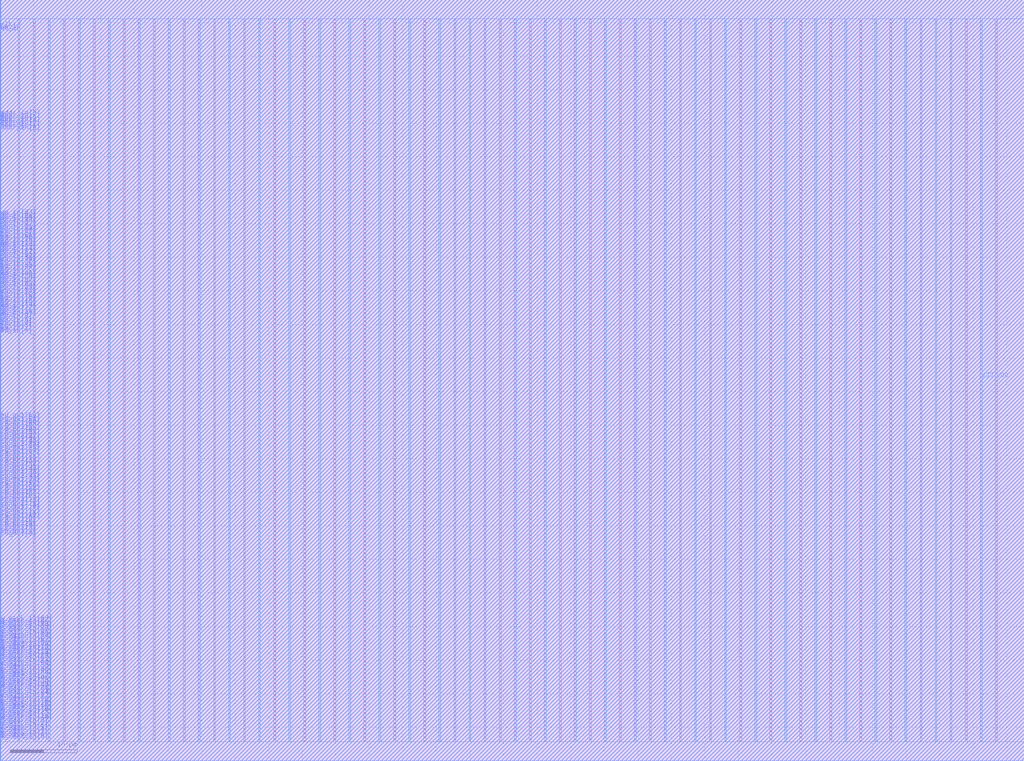
<source format=lef>
VERSION 5.7 ;
BUSBITCHARS "[]" ;
MACRO fakeram45_512x64_upper
  FOREIGN fakeram45_512x64_upper 0 0 ;
  SYMMETRY X Y R90 ;
  SIZE 152.570 BY 113.400 ;
  CLASS COVER ;
  PIN w_mask_in[0]
    DIRECTION INPUT ;
    USE SIGNAL ;
    SHAPE ABUTMENT ;
    PORT
      LAYER M3_m ;
      RECT 0.000 2.800 0.070 2.870 ;
    END
  END w_mask_in[0]
  PIN w_mask_in[1]
    DIRECTION INPUT ;
    USE SIGNAL ;
    SHAPE ABUTMENT ;
    PORT
      LAYER M3_m ;
      RECT 0.000 3.080 0.070 3.150 ;
    END
  END w_mask_in[1]
  PIN w_mask_in[2]
    DIRECTION INPUT ;
    USE SIGNAL ;
    SHAPE ABUTMENT ;
    PORT
      LAYER M3_m ;
      RECT 0.000 3.360 0.070 3.430 ;
    END
  END w_mask_in[2]
  PIN w_mask_in[3]
    DIRECTION INPUT ;
    USE SIGNAL ;
    SHAPE ABUTMENT ;
    PORT
      LAYER M3_m ;
      RECT 0.000 3.640 0.070 3.710 ;
    END
  END w_mask_in[3]
  PIN w_mask_in[4]
    DIRECTION INPUT ;
    USE SIGNAL ;
    SHAPE ABUTMENT ;
    PORT
      LAYER M3_m ;
      RECT 0.000 3.920 0.070 3.990 ;
    END
  END w_mask_in[4]
  PIN w_mask_in[5]
    DIRECTION INPUT ;
    USE SIGNAL ;
    SHAPE ABUTMENT ;
    PORT
      LAYER M3_m ;
      RECT 0.000 4.200 0.070 4.270 ;
    END
  END w_mask_in[5]
  PIN w_mask_in[6]
    DIRECTION INPUT ;
    USE SIGNAL ;
    SHAPE ABUTMENT ;
    PORT
      LAYER M3_m ;
      RECT 0.000 4.480 0.070 4.550 ;
    END
  END w_mask_in[6]
  PIN w_mask_in[7]
    DIRECTION INPUT ;
    USE SIGNAL ;
    SHAPE ABUTMENT ;
    PORT
      LAYER M3_m ;
      RECT 0.000 4.760 0.070 4.830 ;
    END
  END w_mask_in[7]
  PIN w_mask_in[8]
    DIRECTION INPUT ;
    USE SIGNAL ;
    SHAPE ABUTMENT ;
    PORT
      LAYER M3_m ;
      RECT 0.000 5.040 0.070 5.110 ;
    END
  END w_mask_in[8]
  PIN w_mask_in[9]
    DIRECTION INPUT ;
    USE SIGNAL ;
    SHAPE ABUTMENT ;
    PORT
      LAYER M3_m ;
      RECT 0.000 5.320 0.070 5.390 ;
    END
  END w_mask_in[9]
  PIN w_mask_in[10]
    DIRECTION INPUT ;
    USE SIGNAL ;
    SHAPE ABUTMENT ;
    PORT
      LAYER M3_m ;
      RECT 0.000 5.600 0.070 5.670 ;
    END
  END w_mask_in[10]
  PIN w_mask_in[11]
    DIRECTION INPUT ;
    USE SIGNAL ;
    SHAPE ABUTMENT ;
    PORT
      LAYER M3_m ;
      RECT 0.000 5.880 0.070 5.950 ;
    END
  END w_mask_in[11]
  PIN w_mask_in[12]
    DIRECTION INPUT ;
    USE SIGNAL ;
    SHAPE ABUTMENT ;
    PORT
      LAYER M3_m ;
      RECT 0.000 6.160 0.070 6.230 ;
    END
  END w_mask_in[12]
  PIN w_mask_in[13]
    DIRECTION INPUT ;
    USE SIGNAL ;
    SHAPE ABUTMENT ;
    PORT
      LAYER M3_m ;
      RECT 0.000 6.440 0.070 6.510 ;
    END
  END w_mask_in[13]
  PIN w_mask_in[14]
    DIRECTION INPUT ;
    USE SIGNAL ;
    SHAPE ABUTMENT ;
    PORT
      LAYER M3_m ;
      RECT 0.000 6.720 0.070 6.790 ;
    END
  END w_mask_in[14]
  PIN w_mask_in[15]
    DIRECTION INPUT ;
    USE SIGNAL ;
    SHAPE ABUTMENT ;
    PORT
      LAYER M3_m ;
      RECT 0.000 7.000 0.070 7.070 ;
    END
  END w_mask_in[15]
  PIN w_mask_in[16]
    DIRECTION INPUT ;
    USE SIGNAL ;
    SHAPE ABUTMENT ;
    PORT
      LAYER M3_m ;
      RECT 0.000 7.280 0.070 7.350 ;
    END
  END w_mask_in[16]
  PIN w_mask_in[17]
    DIRECTION INPUT ;
    USE SIGNAL ;
    SHAPE ABUTMENT ;
    PORT
      LAYER M3_m ;
      RECT 0.000 7.560 0.070 7.630 ;
    END
  END w_mask_in[17]
  PIN w_mask_in[18]
    DIRECTION INPUT ;
    USE SIGNAL ;
    SHAPE ABUTMENT ;
    PORT
      LAYER M3_m ;
      RECT 0.000 7.840 0.070 7.910 ;
    END
  END w_mask_in[18]
  PIN w_mask_in[19]
    DIRECTION INPUT ;
    USE SIGNAL ;
    SHAPE ABUTMENT ;
    PORT
      LAYER M3_m ;
      RECT 0.000 8.120 0.070 8.190 ;
    END
  END w_mask_in[19]
  PIN w_mask_in[20]
    DIRECTION INPUT ;
    USE SIGNAL ;
    SHAPE ABUTMENT ;
    PORT
      LAYER M3_m ;
      RECT 0.000 8.400 0.070 8.470 ;
    END
  END w_mask_in[20]
  PIN w_mask_in[21]
    DIRECTION INPUT ;
    USE SIGNAL ;
    SHAPE ABUTMENT ;
    PORT
      LAYER M3_m ;
      RECT 0.000 8.680 0.070 8.750 ;
    END
  END w_mask_in[21]
  PIN w_mask_in[22]
    DIRECTION INPUT ;
    USE SIGNAL ;
    SHAPE ABUTMENT ;
    PORT
      LAYER M3_m ;
      RECT 0.000 8.960 0.070 9.030 ;
    END
  END w_mask_in[22]
  PIN w_mask_in[23]
    DIRECTION INPUT ;
    USE SIGNAL ;
    SHAPE ABUTMENT ;
    PORT
      LAYER M3_m ;
      RECT 0.000 9.240 0.070 9.310 ;
    END
  END w_mask_in[23]
  PIN w_mask_in[24]
    DIRECTION INPUT ;
    USE SIGNAL ;
    SHAPE ABUTMENT ;
    PORT
      LAYER M3_m ;
      RECT 0.000 9.520 0.070 9.590 ;
    END
  END w_mask_in[24]
  PIN w_mask_in[25]
    DIRECTION INPUT ;
    USE SIGNAL ;
    SHAPE ABUTMENT ;
    PORT
      LAYER M3_m ;
      RECT 0.000 9.800 0.070 9.870 ;
    END
  END w_mask_in[25]
  PIN w_mask_in[26]
    DIRECTION INPUT ;
    USE SIGNAL ;
    SHAPE ABUTMENT ;
    PORT
      LAYER M3_m ;
      RECT 0.000 10.080 0.070 10.150 ;
    END
  END w_mask_in[26]
  PIN w_mask_in[27]
    DIRECTION INPUT ;
    USE SIGNAL ;
    SHAPE ABUTMENT ;
    PORT
      LAYER M3_m ;
      RECT 0.000 10.360 0.070 10.430 ;
    END
  END w_mask_in[27]
  PIN w_mask_in[28]
    DIRECTION INPUT ;
    USE SIGNAL ;
    SHAPE ABUTMENT ;
    PORT
      LAYER M3_m ;
      RECT 0.000 10.640 0.070 10.710 ;
    END
  END w_mask_in[28]
  PIN w_mask_in[29]
    DIRECTION INPUT ;
    USE SIGNAL ;
    SHAPE ABUTMENT ;
    PORT
      LAYER M3_m ;
      RECT 0.000 10.920 0.070 10.990 ;
    END
  END w_mask_in[29]
  PIN w_mask_in[30]
    DIRECTION INPUT ;
    USE SIGNAL ;
    SHAPE ABUTMENT ;
    PORT
      LAYER M3_m ;
      RECT 0.000 11.200 0.070 11.270 ;
    END
  END w_mask_in[30]
  PIN w_mask_in[31]
    DIRECTION INPUT ;
    USE SIGNAL ;
    SHAPE ABUTMENT ;
    PORT
      LAYER M3_m ;
      RECT 0.000 11.480 0.070 11.550 ;
    END
  END w_mask_in[31]
  PIN w_mask_in[32]
    DIRECTION INPUT ;
    USE SIGNAL ;
    SHAPE ABUTMENT ;
    PORT
      LAYER M3_m ;
      RECT 0.000 11.760 0.070 11.830 ;
    END
  END w_mask_in[32]
  PIN w_mask_in[33]
    DIRECTION INPUT ;
    USE SIGNAL ;
    SHAPE ABUTMENT ;
    PORT
      LAYER M3_m ;
      RECT 0.000 12.040 0.070 12.110 ;
    END
  END w_mask_in[33]
  PIN w_mask_in[34]
    DIRECTION INPUT ;
    USE SIGNAL ;
    SHAPE ABUTMENT ;
    PORT
      LAYER M3_m ;
      RECT 0.000 12.320 0.070 12.390 ;
    END
  END w_mask_in[34]
  PIN w_mask_in[35]
    DIRECTION INPUT ;
    USE SIGNAL ;
    SHAPE ABUTMENT ;
    PORT
      LAYER M3_m ;
      RECT 0.000 12.600 0.070 12.670 ;
    END
  END w_mask_in[35]
  PIN w_mask_in[36]
    DIRECTION INPUT ;
    USE SIGNAL ;
    SHAPE ABUTMENT ;
    PORT
      LAYER M3_m ;
      RECT 0.000 12.880 0.070 12.950 ;
    END
  END w_mask_in[36]
  PIN w_mask_in[37]
    DIRECTION INPUT ;
    USE SIGNAL ;
    SHAPE ABUTMENT ;
    PORT
      LAYER M3_m ;
      RECT 0.000 13.160 0.070 13.230 ;
    END
  END w_mask_in[37]
  PIN w_mask_in[38]
    DIRECTION INPUT ;
    USE SIGNAL ;
    SHAPE ABUTMENT ;
    PORT
      LAYER M3_m ;
      RECT 0.000 13.440 0.070 13.510 ;
    END
  END w_mask_in[38]
  PIN w_mask_in[39]
    DIRECTION INPUT ;
    USE SIGNAL ;
    SHAPE ABUTMENT ;
    PORT
      LAYER M3_m ;
      RECT 0.000 13.720 0.070 13.790 ;
    END
  END w_mask_in[39]
  PIN w_mask_in[40]
    DIRECTION INPUT ;
    USE SIGNAL ;
    SHAPE ABUTMENT ;
    PORT
      LAYER M3_m ;
      RECT 0.000 14.000 0.070 14.070 ;
    END
  END w_mask_in[40]
  PIN w_mask_in[41]
    DIRECTION INPUT ;
    USE SIGNAL ;
    SHAPE ABUTMENT ;
    PORT
      LAYER M3_m ;
      RECT 0.000 14.280 0.070 14.350 ;
    END
  END w_mask_in[41]
  PIN w_mask_in[42]
    DIRECTION INPUT ;
    USE SIGNAL ;
    SHAPE ABUTMENT ;
    PORT
      LAYER M3_m ;
      RECT 0.000 14.560 0.070 14.630 ;
    END
  END w_mask_in[42]
  PIN w_mask_in[43]
    DIRECTION INPUT ;
    USE SIGNAL ;
    SHAPE ABUTMENT ;
    PORT
      LAYER M3_m ;
      RECT 0.000 14.840 0.070 14.910 ;
    END
  END w_mask_in[43]
  PIN w_mask_in[44]
    DIRECTION INPUT ;
    USE SIGNAL ;
    SHAPE ABUTMENT ;
    PORT
      LAYER M3_m ;
      RECT 0.000 15.120 0.070 15.190 ;
    END
  END w_mask_in[44]
  PIN w_mask_in[45]
    DIRECTION INPUT ;
    USE SIGNAL ;
    SHAPE ABUTMENT ;
    PORT
      LAYER M3_m ;
      RECT 0.000 15.400 0.070 15.470 ;
    END
  END w_mask_in[45]
  PIN w_mask_in[46]
    DIRECTION INPUT ;
    USE SIGNAL ;
    SHAPE ABUTMENT ;
    PORT
      LAYER M3_m ;
      RECT 0.000 15.680 0.070 15.750 ;
    END
  END w_mask_in[46]
  PIN w_mask_in[47]
    DIRECTION INPUT ;
    USE SIGNAL ;
    SHAPE ABUTMENT ;
    PORT
      LAYER M3_m ;
      RECT 0.000 15.960 0.070 16.030 ;
    END
  END w_mask_in[47]
  PIN w_mask_in[48]
    DIRECTION INPUT ;
    USE SIGNAL ;
    SHAPE ABUTMENT ;
    PORT
      LAYER M3_m ;
      RECT 0.000 16.240 0.070 16.310 ;
    END
  END w_mask_in[48]
  PIN w_mask_in[49]
    DIRECTION INPUT ;
    USE SIGNAL ;
    SHAPE ABUTMENT ;
    PORT
      LAYER M3_m ;
      RECT 0.000 16.520 0.070 16.590 ;
    END
  END w_mask_in[49]
  PIN w_mask_in[50]
    DIRECTION INPUT ;
    USE SIGNAL ;
    SHAPE ABUTMENT ;
    PORT
      LAYER M3_m ;
      RECT 0.000 16.800 0.070 16.870 ;
    END
  END w_mask_in[50]
  PIN w_mask_in[51]
    DIRECTION INPUT ;
    USE SIGNAL ;
    SHAPE ABUTMENT ;
    PORT
      LAYER M3_m ;
      RECT 0.000 17.080 0.070 17.150 ;
    END
  END w_mask_in[51]
  PIN w_mask_in[52]
    DIRECTION INPUT ;
    USE SIGNAL ;
    SHAPE ABUTMENT ;
    PORT
      LAYER M3_m ;
      RECT 0.000 17.360 0.070 17.430 ;
    END
  END w_mask_in[52]
  PIN w_mask_in[53]
    DIRECTION INPUT ;
    USE SIGNAL ;
    SHAPE ABUTMENT ;
    PORT
      LAYER M3_m ;
      RECT 0.000 17.640 0.070 17.710 ;
    END
  END w_mask_in[53]
  PIN w_mask_in[54]
    DIRECTION INPUT ;
    USE SIGNAL ;
    SHAPE ABUTMENT ;
    PORT
      LAYER M3_m ;
      RECT 0.000 17.920 0.070 17.990 ;
    END
  END w_mask_in[54]
  PIN w_mask_in[55]
    DIRECTION INPUT ;
    USE SIGNAL ;
    SHAPE ABUTMENT ;
    PORT
      LAYER M3_m ;
      RECT 0.000 18.200 0.070 18.270 ;
    END
  END w_mask_in[55]
  PIN w_mask_in[56]
    DIRECTION INPUT ;
    USE SIGNAL ;
    SHAPE ABUTMENT ;
    PORT
      LAYER M3_m ;
      RECT 0.000 18.480 0.070 18.550 ;
    END
  END w_mask_in[56]
  PIN w_mask_in[57]
    DIRECTION INPUT ;
    USE SIGNAL ;
    SHAPE ABUTMENT ;
    PORT
      LAYER M3_m ;
      RECT 0.000 18.760 0.070 18.830 ;
    END
  END w_mask_in[57]
  PIN w_mask_in[58]
    DIRECTION INPUT ;
    USE SIGNAL ;
    SHAPE ABUTMENT ;
    PORT
      LAYER M3_m ;
      RECT 0.000 19.040 0.070 19.110 ;
    END
  END w_mask_in[58]
  PIN w_mask_in[59]
    DIRECTION INPUT ;
    USE SIGNAL ;
    SHAPE ABUTMENT ;
    PORT
      LAYER M3_m ;
      RECT 0.000 19.320 0.070 19.390 ;
    END
  END w_mask_in[59]
  PIN w_mask_in[60]
    DIRECTION INPUT ;
    USE SIGNAL ;
    SHAPE ABUTMENT ;
    PORT
      LAYER M3_m ;
      RECT 0.000 19.600 0.070 19.670 ;
    END
  END w_mask_in[60]
  PIN w_mask_in[61]
    DIRECTION INPUT ;
    USE SIGNAL ;
    SHAPE ABUTMENT ;
    PORT
      LAYER M3_m ;
      RECT 0.000 19.880 0.070 19.950 ;
    END
  END w_mask_in[61]
  PIN w_mask_in[62]
    DIRECTION INPUT ;
    USE SIGNAL ;
    SHAPE ABUTMENT ;
    PORT
      LAYER M3_m ;
      RECT 0.000 20.160 0.070 20.230 ;
    END
  END w_mask_in[62]
  PIN w_mask_in[63]
    DIRECTION INPUT ;
    USE SIGNAL ;
    SHAPE ABUTMENT ;
    PORT
      LAYER M3_m ;
      RECT 0.000 20.440 0.070 20.510 ;
    END
  END w_mask_in[63]
  PIN rd_out[0]
    DIRECTION OUTPUT ;
    USE SIGNAL ;
    SHAPE ABUTMENT ;
    PORT
      LAYER M3_m ;
      RECT 0.000 33.040 0.070 33.110 ;
    END
  END rd_out[0]
  PIN rd_out[1]
    DIRECTION OUTPUT ;
    USE SIGNAL ;
    SHAPE ABUTMENT ;
    PORT
      LAYER M3_m ;
      RECT 0.000 33.320 0.070 33.390 ;
    END
  END rd_out[1]
  PIN rd_out[2]
    DIRECTION OUTPUT ;
    USE SIGNAL ;
    SHAPE ABUTMENT ;
    PORT
      LAYER M3_m ;
      RECT 0.000 33.600 0.070 33.670 ;
    END
  END rd_out[2]
  PIN rd_out[3]
    DIRECTION OUTPUT ;
    USE SIGNAL ;
    SHAPE ABUTMENT ;
    PORT
      LAYER M3_m ;
      RECT 0.000 33.880 0.070 33.950 ;
    END
  END rd_out[3]
  PIN rd_out[4]
    DIRECTION OUTPUT ;
    USE SIGNAL ;
    SHAPE ABUTMENT ;
    PORT
      LAYER M3_m ;
      RECT 0.000 34.160 0.070 34.230 ;
    END
  END rd_out[4]
  PIN rd_out[5]
    DIRECTION OUTPUT ;
    USE SIGNAL ;
    SHAPE ABUTMENT ;
    PORT
      LAYER M3_m ;
      RECT 0.000 34.440 0.070 34.510 ;
    END
  END rd_out[5]
  PIN rd_out[6]
    DIRECTION OUTPUT ;
    USE SIGNAL ;
    SHAPE ABUTMENT ;
    PORT
      LAYER M3_m ;
      RECT 0.000 34.720 0.070 34.790 ;
    END
  END rd_out[6]
  PIN rd_out[7]
    DIRECTION OUTPUT ;
    USE SIGNAL ;
    SHAPE ABUTMENT ;
    PORT
      LAYER M3_m ;
      RECT 0.000 35.000 0.070 35.070 ;
    END
  END rd_out[7]
  PIN rd_out[8]
    DIRECTION OUTPUT ;
    USE SIGNAL ;
    SHAPE ABUTMENT ;
    PORT
      LAYER M3_m ;
      RECT 0.000 35.280 0.070 35.350 ;
    END
  END rd_out[8]
  PIN rd_out[9]
    DIRECTION OUTPUT ;
    USE SIGNAL ;
    SHAPE ABUTMENT ;
    PORT
      LAYER M3_m ;
      RECT 0.000 35.560 0.070 35.630 ;
    END
  END rd_out[9]
  PIN rd_out[10]
    DIRECTION OUTPUT ;
    USE SIGNAL ;
    SHAPE ABUTMENT ;
    PORT
      LAYER M3_m ;
      RECT 0.000 35.840 0.070 35.910 ;
    END
  END rd_out[10]
  PIN rd_out[11]
    DIRECTION OUTPUT ;
    USE SIGNAL ;
    SHAPE ABUTMENT ;
    PORT
      LAYER M3_m ;
      RECT 0.000 36.120 0.070 36.190 ;
    END
  END rd_out[11]
  PIN rd_out[12]
    DIRECTION OUTPUT ;
    USE SIGNAL ;
    SHAPE ABUTMENT ;
    PORT
      LAYER M3_m ;
      RECT 0.000 36.400 0.070 36.470 ;
    END
  END rd_out[12]
  PIN rd_out[13]
    DIRECTION OUTPUT ;
    USE SIGNAL ;
    SHAPE ABUTMENT ;
    PORT
      LAYER M3_m ;
      RECT 0.000 36.680 0.070 36.750 ;
    END
  END rd_out[13]
  PIN rd_out[14]
    DIRECTION OUTPUT ;
    USE SIGNAL ;
    SHAPE ABUTMENT ;
    PORT
      LAYER M3_m ;
      RECT 0.000 36.960 0.070 37.030 ;
    END
  END rd_out[14]
  PIN rd_out[15]
    DIRECTION OUTPUT ;
    USE SIGNAL ;
    SHAPE ABUTMENT ;
    PORT
      LAYER M3_m ;
      RECT 0.000 37.240 0.070 37.310 ;
    END
  END rd_out[15]
  PIN rd_out[16]
    DIRECTION OUTPUT ;
    USE SIGNAL ;
    SHAPE ABUTMENT ;
    PORT
      LAYER M3_m ;
      RECT 0.000 37.520 0.070 37.590 ;
    END
  END rd_out[16]
  PIN rd_out[17]
    DIRECTION OUTPUT ;
    USE SIGNAL ;
    SHAPE ABUTMENT ;
    PORT
      LAYER M3_m ;
      RECT 0.000 37.800 0.070 37.870 ;
    END
  END rd_out[17]
  PIN rd_out[18]
    DIRECTION OUTPUT ;
    USE SIGNAL ;
    SHAPE ABUTMENT ;
    PORT
      LAYER M3_m ;
      RECT 0.000 38.080 0.070 38.150 ;
    END
  END rd_out[18]
  PIN rd_out[19]
    DIRECTION OUTPUT ;
    USE SIGNAL ;
    SHAPE ABUTMENT ;
    PORT
      LAYER M3_m ;
      RECT 0.000 38.360 0.070 38.430 ;
    END
  END rd_out[19]
  PIN rd_out[20]
    DIRECTION OUTPUT ;
    USE SIGNAL ;
    SHAPE ABUTMENT ;
    PORT
      LAYER M3_m ;
      RECT 0.000 38.640 0.070 38.710 ;
    END
  END rd_out[20]
  PIN rd_out[21]
    DIRECTION OUTPUT ;
    USE SIGNAL ;
    SHAPE ABUTMENT ;
    PORT
      LAYER M3_m ;
      RECT 0.000 38.920 0.070 38.990 ;
    END
  END rd_out[21]
  PIN rd_out[22]
    DIRECTION OUTPUT ;
    USE SIGNAL ;
    SHAPE ABUTMENT ;
    PORT
      LAYER M3_m ;
      RECT 0.000 39.200 0.070 39.270 ;
    END
  END rd_out[22]
  PIN rd_out[23]
    DIRECTION OUTPUT ;
    USE SIGNAL ;
    SHAPE ABUTMENT ;
    PORT
      LAYER M3_m ;
      RECT 0.000 39.480 0.070 39.550 ;
    END
  END rd_out[23]
  PIN rd_out[24]
    DIRECTION OUTPUT ;
    USE SIGNAL ;
    SHAPE ABUTMENT ;
    PORT
      LAYER M3_m ;
      RECT 0.000 39.760 0.070 39.830 ;
    END
  END rd_out[24]
  PIN rd_out[25]
    DIRECTION OUTPUT ;
    USE SIGNAL ;
    SHAPE ABUTMENT ;
    PORT
      LAYER M3_m ;
      RECT 0.000 40.040 0.070 40.110 ;
    END
  END rd_out[25]
  PIN rd_out[26]
    DIRECTION OUTPUT ;
    USE SIGNAL ;
    SHAPE ABUTMENT ;
    PORT
      LAYER M3_m ;
      RECT 0.000 40.320 0.070 40.390 ;
    END
  END rd_out[26]
  PIN rd_out[27]
    DIRECTION OUTPUT ;
    USE SIGNAL ;
    SHAPE ABUTMENT ;
    PORT
      LAYER M3_m ;
      RECT 0.000 40.600 0.070 40.670 ;
    END
  END rd_out[27]
  PIN rd_out[28]
    DIRECTION OUTPUT ;
    USE SIGNAL ;
    SHAPE ABUTMENT ;
    PORT
      LAYER M3_m ;
      RECT 0.000 40.880 0.070 40.950 ;
    END
  END rd_out[28]
  PIN rd_out[29]
    DIRECTION OUTPUT ;
    USE SIGNAL ;
    SHAPE ABUTMENT ;
    PORT
      LAYER M3_m ;
      RECT 0.000 41.160 0.070 41.230 ;
    END
  END rd_out[29]
  PIN rd_out[30]
    DIRECTION OUTPUT ;
    USE SIGNAL ;
    SHAPE ABUTMENT ;
    PORT
      LAYER M3_m ;
      RECT 0.000 41.440 0.070 41.510 ;
    END
  END rd_out[30]
  PIN rd_out[31]
    DIRECTION OUTPUT ;
    USE SIGNAL ;
    SHAPE ABUTMENT ;
    PORT
      LAYER M3_m ;
      RECT 0.000 41.720 0.070 41.790 ;
    END
  END rd_out[31]
  PIN rd_out[32]
    DIRECTION OUTPUT ;
    USE SIGNAL ;
    SHAPE ABUTMENT ;
    PORT
      LAYER M3_m ;
      RECT 0.000 42.000 0.070 42.070 ;
    END
  END rd_out[32]
  PIN rd_out[33]
    DIRECTION OUTPUT ;
    USE SIGNAL ;
    SHAPE ABUTMENT ;
    PORT
      LAYER M3_m ;
      RECT 0.000 42.280 0.070 42.350 ;
    END
  END rd_out[33]
  PIN rd_out[34]
    DIRECTION OUTPUT ;
    USE SIGNAL ;
    SHAPE ABUTMENT ;
    PORT
      LAYER M3_m ;
      RECT 0.000 42.560 0.070 42.630 ;
    END
  END rd_out[34]
  PIN rd_out[35]
    DIRECTION OUTPUT ;
    USE SIGNAL ;
    SHAPE ABUTMENT ;
    PORT
      LAYER M3_m ;
      RECT 0.000 42.840 0.070 42.910 ;
    END
  END rd_out[35]
  PIN rd_out[36]
    DIRECTION OUTPUT ;
    USE SIGNAL ;
    SHAPE ABUTMENT ;
    PORT
      LAYER M3_m ;
      RECT 0.000 43.120 0.070 43.190 ;
    END
  END rd_out[36]
  PIN rd_out[37]
    DIRECTION OUTPUT ;
    USE SIGNAL ;
    SHAPE ABUTMENT ;
    PORT
      LAYER M3_m ;
      RECT 0.000 43.400 0.070 43.470 ;
    END
  END rd_out[37]
  PIN rd_out[38]
    DIRECTION OUTPUT ;
    USE SIGNAL ;
    SHAPE ABUTMENT ;
    PORT
      LAYER M3_m ;
      RECT 0.000 43.680 0.070 43.750 ;
    END
  END rd_out[38]
  PIN rd_out[39]
    DIRECTION OUTPUT ;
    USE SIGNAL ;
    SHAPE ABUTMENT ;
    PORT
      LAYER M3_m ;
      RECT 0.000 43.960 0.070 44.030 ;
    END
  END rd_out[39]
  PIN rd_out[40]
    DIRECTION OUTPUT ;
    USE SIGNAL ;
    SHAPE ABUTMENT ;
    PORT
      LAYER M3_m ;
      RECT 0.000 44.240 0.070 44.310 ;
    END
  END rd_out[40]
  PIN rd_out[41]
    DIRECTION OUTPUT ;
    USE SIGNAL ;
    SHAPE ABUTMENT ;
    PORT
      LAYER M3_m ;
      RECT 0.000 44.520 0.070 44.590 ;
    END
  END rd_out[41]
  PIN rd_out[42]
    DIRECTION OUTPUT ;
    USE SIGNAL ;
    SHAPE ABUTMENT ;
    PORT
      LAYER M3_m ;
      RECT 0.000 44.800 0.070 44.870 ;
    END
  END rd_out[42]
  PIN rd_out[43]
    DIRECTION OUTPUT ;
    USE SIGNAL ;
    SHAPE ABUTMENT ;
    PORT
      LAYER M3_m ;
      RECT 0.000 45.080 0.070 45.150 ;
    END
  END rd_out[43]
  PIN rd_out[44]
    DIRECTION OUTPUT ;
    USE SIGNAL ;
    SHAPE ABUTMENT ;
    PORT
      LAYER M3_m ;
      RECT 0.000 45.360 0.070 45.430 ;
    END
  END rd_out[44]
  PIN rd_out[45]
    DIRECTION OUTPUT ;
    USE SIGNAL ;
    SHAPE ABUTMENT ;
    PORT
      LAYER M3_m ;
      RECT 0.000 45.640 0.070 45.710 ;
    END
  END rd_out[45]
  PIN rd_out[46]
    DIRECTION OUTPUT ;
    USE SIGNAL ;
    SHAPE ABUTMENT ;
    PORT
      LAYER M3_m ;
      RECT 0.000 45.920 0.070 45.990 ;
    END
  END rd_out[46]
  PIN rd_out[47]
    DIRECTION OUTPUT ;
    USE SIGNAL ;
    SHAPE ABUTMENT ;
    PORT
      LAYER M3_m ;
      RECT 0.000 46.200 0.070 46.270 ;
    END
  END rd_out[47]
  PIN rd_out[48]
    DIRECTION OUTPUT ;
    USE SIGNAL ;
    SHAPE ABUTMENT ;
    PORT
      LAYER M3_m ;
      RECT 0.000 46.480 0.070 46.550 ;
    END
  END rd_out[48]
  PIN rd_out[49]
    DIRECTION OUTPUT ;
    USE SIGNAL ;
    SHAPE ABUTMENT ;
    PORT
      LAYER M3_m ;
      RECT 0.000 46.760 0.070 46.830 ;
    END
  END rd_out[49]
  PIN rd_out[50]
    DIRECTION OUTPUT ;
    USE SIGNAL ;
    SHAPE ABUTMENT ;
    PORT
      LAYER M3_m ;
      RECT 0.000 47.040 0.070 47.110 ;
    END
  END rd_out[50]
  PIN rd_out[51]
    DIRECTION OUTPUT ;
    USE SIGNAL ;
    SHAPE ABUTMENT ;
    PORT
      LAYER M3_m ;
      RECT 0.000 47.320 0.070 47.390 ;
    END
  END rd_out[51]
  PIN rd_out[52]
    DIRECTION OUTPUT ;
    USE SIGNAL ;
    SHAPE ABUTMENT ;
    PORT
      LAYER M3_m ;
      RECT 0.000 47.600 0.070 47.670 ;
    END
  END rd_out[52]
  PIN rd_out[53]
    DIRECTION OUTPUT ;
    USE SIGNAL ;
    SHAPE ABUTMENT ;
    PORT
      LAYER M3_m ;
      RECT 0.000 47.880 0.070 47.950 ;
    END
  END rd_out[53]
  PIN rd_out[54]
    DIRECTION OUTPUT ;
    USE SIGNAL ;
    SHAPE ABUTMENT ;
    PORT
      LAYER M3_m ;
      RECT 0.000 48.160 0.070 48.230 ;
    END
  END rd_out[54]
  PIN rd_out[55]
    DIRECTION OUTPUT ;
    USE SIGNAL ;
    SHAPE ABUTMENT ;
    PORT
      LAYER M3_m ;
      RECT 0.000 48.440 0.070 48.510 ;
    END
  END rd_out[55]
  PIN rd_out[56]
    DIRECTION OUTPUT ;
    USE SIGNAL ;
    SHAPE ABUTMENT ;
    PORT
      LAYER M3_m ;
      RECT 0.000 48.720 0.070 48.790 ;
    END
  END rd_out[56]
  PIN rd_out[57]
    DIRECTION OUTPUT ;
    USE SIGNAL ;
    SHAPE ABUTMENT ;
    PORT
      LAYER M3_m ;
      RECT 0.000 49.000 0.070 49.070 ;
    END
  END rd_out[57]
  PIN rd_out[58]
    DIRECTION OUTPUT ;
    USE SIGNAL ;
    SHAPE ABUTMENT ;
    PORT
      LAYER M3_m ;
      RECT 0.000 49.280 0.070 49.350 ;
    END
  END rd_out[58]
  PIN rd_out[59]
    DIRECTION OUTPUT ;
    USE SIGNAL ;
    SHAPE ABUTMENT ;
    PORT
      LAYER M3_m ;
      RECT 0.000 49.560 0.070 49.630 ;
    END
  END rd_out[59]
  PIN rd_out[60]
    DIRECTION OUTPUT ;
    USE SIGNAL ;
    SHAPE ABUTMENT ;
    PORT
      LAYER M3_m ;
      RECT 0.000 49.840 0.070 49.910 ;
    END
  END rd_out[60]
  PIN rd_out[61]
    DIRECTION OUTPUT ;
    USE SIGNAL ;
    SHAPE ABUTMENT ;
    PORT
      LAYER M3_m ;
      RECT 0.000 50.120 0.070 50.190 ;
    END
  END rd_out[61]
  PIN rd_out[62]
    DIRECTION OUTPUT ;
    USE SIGNAL ;
    SHAPE ABUTMENT ;
    PORT
      LAYER M3_m ;
      RECT 0.000 50.400 0.070 50.470 ;
    END
  END rd_out[62]
  PIN rd_out[63]
    DIRECTION OUTPUT ;
    USE SIGNAL ;
    SHAPE ABUTMENT ;
    PORT
      LAYER M3_m ;
      RECT 0.000 50.680 0.070 50.750 ;
    END
  END rd_out[63]
  PIN wd_in[0]
    DIRECTION INPUT ;
    USE SIGNAL ;
    SHAPE ABUTMENT ;
    PORT
      LAYER M3_m ;
      RECT 0.000 63.280 0.070 63.350 ;
    END
  END wd_in[0]
  PIN wd_in[1]
    DIRECTION INPUT ;
    USE SIGNAL ;
    SHAPE ABUTMENT ;
    PORT
      LAYER M3_m ;
      RECT 0.000 63.560 0.070 63.630 ;
    END
  END wd_in[1]
  PIN wd_in[2]
    DIRECTION INPUT ;
    USE SIGNAL ;
    SHAPE ABUTMENT ;
    PORT
      LAYER M3_m ;
      RECT 0.000 63.840 0.070 63.910 ;
    END
  END wd_in[2]
  PIN wd_in[3]
    DIRECTION INPUT ;
    USE SIGNAL ;
    SHAPE ABUTMENT ;
    PORT
      LAYER M3_m ;
      RECT 0.000 64.120 0.070 64.190 ;
    END
  END wd_in[3]
  PIN wd_in[4]
    DIRECTION INPUT ;
    USE SIGNAL ;
    SHAPE ABUTMENT ;
    PORT
      LAYER M3_m ;
      RECT 0.000 64.400 0.070 64.470 ;
    END
  END wd_in[4]
  PIN wd_in[5]
    DIRECTION INPUT ;
    USE SIGNAL ;
    SHAPE ABUTMENT ;
    PORT
      LAYER M3_m ;
      RECT 0.000 64.680 0.070 64.750 ;
    END
  END wd_in[5]
  PIN wd_in[6]
    DIRECTION INPUT ;
    USE SIGNAL ;
    SHAPE ABUTMENT ;
    PORT
      LAYER M3_m ;
      RECT 0.000 64.960 0.070 65.030 ;
    END
  END wd_in[6]
  PIN wd_in[7]
    DIRECTION INPUT ;
    USE SIGNAL ;
    SHAPE ABUTMENT ;
    PORT
      LAYER M3_m ;
      RECT 0.000 65.240 0.070 65.310 ;
    END
  END wd_in[7]
  PIN wd_in[8]
    DIRECTION INPUT ;
    USE SIGNAL ;
    SHAPE ABUTMENT ;
    PORT
      LAYER M3_m ;
      RECT 0.000 65.520 0.070 65.590 ;
    END
  END wd_in[8]
  PIN wd_in[9]
    DIRECTION INPUT ;
    USE SIGNAL ;
    SHAPE ABUTMENT ;
    PORT
      LAYER M3_m ;
      RECT 0.000 65.800 0.070 65.870 ;
    END
  END wd_in[9]
  PIN wd_in[10]
    DIRECTION INPUT ;
    USE SIGNAL ;
    SHAPE ABUTMENT ;
    PORT
      LAYER M3_m ;
      RECT 0.000 66.080 0.070 66.150 ;
    END
  END wd_in[10]
  PIN wd_in[11]
    DIRECTION INPUT ;
    USE SIGNAL ;
    SHAPE ABUTMENT ;
    PORT
      LAYER M3_m ;
      RECT 0.000 66.360 0.070 66.430 ;
    END
  END wd_in[11]
  PIN wd_in[12]
    DIRECTION INPUT ;
    USE SIGNAL ;
    SHAPE ABUTMENT ;
    PORT
      LAYER M3_m ;
      RECT 0.000 66.640 0.070 66.710 ;
    END
  END wd_in[12]
  PIN wd_in[13]
    DIRECTION INPUT ;
    USE SIGNAL ;
    SHAPE ABUTMENT ;
    PORT
      LAYER M3_m ;
      RECT 0.000 66.920 0.070 66.990 ;
    END
  END wd_in[13]
  PIN wd_in[14]
    DIRECTION INPUT ;
    USE SIGNAL ;
    SHAPE ABUTMENT ;
    PORT
      LAYER M3_m ;
      RECT 0.000 67.200 0.070 67.270 ;
    END
  END wd_in[14]
  PIN wd_in[15]
    DIRECTION INPUT ;
    USE SIGNAL ;
    SHAPE ABUTMENT ;
    PORT
      LAYER M3_m ;
      RECT 0.000 67.480 0.070 67.550 ;
    END
  END wd_in[15]
  PIN wd_in[16]
    DIRECTION INPUT ;
    USE SIGNAL ;
    SHAPE ABUTMENT ;
    PORT
      LAYER M3_m ;
      RECT 0.000 67.760 0.070 67.830 ;
    END
  END wd_in[16]
  PIN wd_in[17]
    DIRECTION INPUT ;
    USE SIGNAL ;
    SHAPE ABUTMENT ;
    PORT
      LAYER M3_m ;
      RECT 0.000 68.040 0.070 68.110 ;
    END
  END wd_in[17]
  PIN wd_in[18]
    DIRECTION INPUT ;
    USE SIGNAL ;
    SHAPE ABUTMENT ;
    PORT
      LAYER M3_m ;
      RECT 0.000 68.320 0.070 68.390 ;
    END
  END wd_in[18]
  PIN wd_in[19]
    DIRECTION INPUT ;
    USE SIGNAL ;
    SHAPE ABUTMENT ;
    PORT
      LAYER M3_m ;
      RECT 0.000 68.600 0.070 68.670 ;
    END
  END wd_in[19]
  PIN wd_in[20]
    DIRECTION INPUT ;
    USE SIGNAL ;
    SHAPE ABUTMENT ;
    PORT
      LAYER M3_m ;
      RECT 0.000 68.880 0.070 68.950 ;
    END
  END wd_in[20]
  PIN wd_in[21]
    DIRECTION INPUT ;
    USE SIGNAL ;
    SHAPE ABUTMENT ;
    PORT
      LAYER M3_m ;
      RECT 0.000 69.160 0.070 69.230 ;
    END
  END wd_in[21]
  PIN wd_in[22]
    DIRECTION INPUT ;
    USE SIGNAL ;
    SHAPE ABUTMENT ;
    PORT
      LAYER M3_m ;
      RECT 0.000 69.440 0.070 69.510 ;
    END
  END wd_in[22]
  PIN wd_in[23]
    DIRECTION INPUT ;
    USE SIGNAL ;
    SHAPE ABUTMENT ;
    PORT
      LAYER M3_m ;
      RECT 0.000 69.720 0.070 69.790 ;
    END
  END wd_in[23]
  PIN wd_in[24]
    DIRECTION INPUT ;
    USE SIGNAL ;
    SHAPE ABUTMENT ;
    PORT
      LAYER M3_m ;
      RECT 0.000 70.000 0.070 70.070 ;
    END
  END wd_in[24]
  PIN wd_in[25]
    DIRECTION INPUT ;
    USE SIGNAL ;
    SHAPE ABUTMENT ;
    PORT
      LAYER M3_m ;
      RECT 0.000 70.280 0.070 70.350 ;
    END
  END wd_in[25]
  PIN wd_in[26]
    DIRECTION INPUT ;
    USE SIGNAL ;
    SHAPE ABUTMENT ;
    PORT
      LAYER M3_m ;
      RECT 0.000 70.560 0.070 70.630 ;
    END
  END wd_in[26]
  PIN wd_in[27]
    DIRECTION INPUT ;
    USE SIGNAL ;
    SHAPE ABUTMENT ;
    PORT
      LAYER M3_m ;
      RECT 0.000 70.840 0.070 70.910 ;
    END
  END wd_in[27]
  PIN wd_in[28]
    DIRECTION INPUT ;
    USE SIGNAL ;
    SHAPE ABUTMENT ;
    PORT
      LAYER M3_m ;
      RECT 0.000 71.120 0.070 71.190 ;
    END
  END wd_in[28]
  PIN wd_in[29]
    DIRECTION INPUT ;
    USE SIGNAL ;
    SHAPE ABUTMENT ;
    PORT
      LAYER M3_m ;
      RECT 0.000 71.400 0.070 71.470 ;
    END
  END wd_in[29]
  PIN wd_in[30]
    DIRECTION INPUT ;
    USE SIGNAL ;
    SHAPE ABUTMENT ;
    PORT
      LAYER M3_m ;
      RECT 0.000 71.680 0.070 71.750 ;
    END
  END wd_in[30]
  PIN wd_in[31]
    DIRECTION INPUT ;
    USE SIGNAL ;
    SHAPE ABUTMENT ;
    PORT
      LAYER M3_m ;
      RECT 0.000 71.960 0.070 72.030 ;
    END
  END wd_in[31]
  PIN wd_in[32]
    DIRECTION INPUT ;
    USE SIGNAL ;
    SHAPE ABUTMENT ;
    PORT
      LAYER M3_m ;
      RECT 0.000 72.240 0.070 72.310 ;
    END
  END wd_in[32]
  PIN wd_in[33]
    DIRECTION INPUT ;
    USE SIGNAL ;
    SHAPE ABUTMENT ;
    PORT
      LAYER M3_m ;
      RECT 0.000 72.520 0.070 72.590 ;
    END
  END wd_in[33]
  PIN wd_in[34]
    DIRECTION INPUT ;
    USE SIGNAL ;
    SHAPE ABUTMENT ;
    PORT
      LAYER M3_m ;
      RECT 0.000 72.800 0.070 72.870 ;
    END
  END wd_in[34]
  PIN wd_in[35]
    DIRECTION INPUT ;
    USE SIGNAL ;
    SHAPE ABUTMENT ;
    PORT
      LAYER M3_m ;
      RECT 0.000 73.080 0.070 73.150 ;
    END
  END wd_in[35]
  PIN wd_in[36]
    DIRECTION INPUT ;
    USE SIGNAL ;
    SHAPE ABUTMENT ;
    PORT
      LAYER M3_m ;
      RECT 0.000 73.360 0.070 73.430 ;
    END
  END wd_in[36]
  PIN wd_in[37]
    DIRECTION INPUT ;
    USE SIGNAL ;
    SHAPE ABUTMENT ;
    PORT
      LAYER M3_m ;
      RECT 0.000 73.640 0.070 73.710 ;
    END
  END wd_in[37]
  PIN wd_in[38]
    DIRECTION INPUT ;
    USE SIGNAL ;
    SHAPE ABUTMENT ;
    PORT
      LAYER M3_m ;
      RECT 0.000 73.920 0.070 73.990 ;
    END
  END wd_in[38]
  PIN wd_in[39]
    DIRECTION INPUT ;
    USE SIGNAL ;
    SHAPE ABUTMENT ;
    PORT
      LAYER M3_m ;
      RECT 0.000 74.200 0.070 74.270 ;
    END
  END wd_in[39]
  PIN wd_in[40]
    DIRECTION INPUT ;
    USE SIGNAL ;
    SHAPE ABUTMENT ;
    PORT
      LAYER M3_m ;
      RECT 0.000 74.480 0.070 74.550 ;
    END
  END wd_in[40]
  PIN wd_in[41]
    DIRECTION INPUT ;
    USE SIGNAL ;
    SHAPE ABUTMENT ;
    PORT
      LAYER M3_m ;
      RECT 0.000 74.760 0.070 74.830 ;
    END
  END wd_in[41]
  PIN wd_in[42]
    DIRECTION INPUT ;
    USE SIGNAL ;
    SHAPE ABUTMENT ;
    PORT
      LAYER M3_m ;
      RECT 0.000 75.040 0.070 75.110 ;
    END
  END wd_in[42]
  PIN wd_in[43]
    DIRECTION INPUT ;
    USE SIGNAL ;
    SHAPE ABUTMENT ;
    PORT
      LAYER M3_m ;
      RECT 0.000 75.320 0.070 75.390 ;
    END
  END wd_in[43]
  PIN wd_in[44]
    DIRECTION INPUT ;
    USE SIGNAL ;
    SHAPE ABUTMENT ;
    PORT
      LAYER M3_m ;
      RECT 0.000 75.600 0.070 75.670 ;
    END
  END wd_in[44]
  PIN wd_in[45]
    DIRECTION INPUT ;
    USE SIGNAL ;
    SHAPE ABUTMENT ;
    PORT
      LAYER M3_m ;
      RECT 0.000 75.880 0.070 75.950 ;
    END
  END wd_in[45]
  PIN wd_in[46]
    DIRECTION INPUT ;
    USE SIGNAL ;
    SHAPE ABUTMENT ;
    PORT
      LAYER M3_m ;
      RECT 0.000 76.160 0.070 76.230 ;
    END
  END wd_in[46]
  PIN wd_in[47]
    DIRECTION INPUT ;
    USE SIGNAL ;
    SHAPE ABUTMENT ;
    PORT
      LAYER M3_m ;
      RECT 0.000 76.440 0.070 76.510 ;
    END
  END wd_in[47]
  PIN wd_in[48]
    DIRECTION INPUT ;
    USE SIGNAL ;
    SHAPE ABUTMENT ;
    PORT
      LAYER M3_m ;
      RECT 0.000 76.720 0.070 76.790 ;
    END
  END wd_in[48]
  PIN wd_in[49]
    DIRECTION INPUT ;
    USE SIGNAL ;
    SHAPE ABUTMENT ;
    PORT
      LAYER M3_m ;
      RECT 0.000 77.000 0.070 77.070 ;
    END
  END wd_in[49]
  PIN wd_in[50]
    DIRECTION INPUT ;
    USE SIGNAL ;
    SHAPE ABUTMENT ;
    PORT
      LAYER M3_m ;
      RECT 0.000 77.280 0.070 77.350 ;
    END
  END wd_in[50]
  PIN wd_in[51]
    DIRECTION INPUT ;
    USE SIGNAL ;
    SHAPE ABUTMENT ;
    PORT
      LAYER M3_m ;
      RECT 0.000 77.560 0.070 77.630 ;
    END
  END wd_in[51]
  PIN wd_in[52]
    DIRECTION INPUT ;
    USE SIGNAL ;
    SHAPE ABUTMENT ;
    PORT
      LAYER M3_m ;
      RECT 0.000 77.840 0.070 77.910 ;
    END
  END wd_in[52]
  PIN wd_in[53]
    DIRECTION INPUT ;
    USE SIGNAL ;
    SHAPE ABUTMENT ;
    PORT
      LAYER M3_m ;
      RECT 0.000 78.120 0.070 78.190 ;
    END
  END wd_in[53]
  PIN wd_in[54]
    DIRECTION INPUT ;
    USE SIGNAL ;
    SHAPE ABUTMENT ;
    PORT
      LAYER M3_m ;
      RECT 0.000 78.400 0.070 78.470 ;
    END
  END wd_in[54]
  PIN wd_in[55]
    DIRECTION INPUT ;
    USE SIGNAL ;
    SHAPE ABUTMENT ;
    PORT
      LAYER M3_m ;
      RECT 0.000 78.680 0.070 78.750 ;
    END
  END wd_in[55]
  PIN wd_in[56]
    DIRECTION INPUT ;
    USE SIGNAL ;
    SHAPE ABUTMENT ;
    PORT
      LAYER M3_m ;
      RECT 0.000 78.960 0.070 79.030 ;
    END
  END wd_in[56]
  PIN wd_in[57]
    DIRECTION INPUT ;
    USE SIGNAL ;
    SHAPE ABUTMENT ;
    PORT
      LAYER M3_m ;
      RECT 0.000 79.240 0.070 79.310 ;
    END
  END wd_in[57]
  PIN wd_in[58]
    DIRECTION INPUT ;
    USE SIGNAL ;
    SHAPE ABUTMENT ;
    PORT
      LAYER M3_m ;
      RECT 0.000 79.520 0.070 79.590 ;
    END
  END wd_in[58]
  PIN wd_in[59]
    DIRECTION INPUT ;
    USE SIGNAL ;
    SHAPE ABUTMENT ;
    PORT
      LAYER M3_m ;
      RECT 0.000 79.800 0.070 79.870 ;
    END
  END wd_in[59]
  PIN wd_in[60]
    DIRECTION INPUT ;
    USE SIGNAL ;
    SHAPE ABUTMENT ;
    PORT
      LAYER M3_m ;
      RECT 0.000 80.080 0.070 80.150 ;
    END
  END wd_in[60]
  PIN wd_in[61]
    DIRECTION INPUT ;
    USE SIGNAL ;
    SHAPE ABUTMENT ;
    PORT
      LAYER M3_m ;
      RECT 0.000 80.360 0.070 80.430 ;
    END
  END wd_in[61]
  PIN wd_in[62]
    DIRECTION INPUT ;
    USE SIGNAL ;
    SHAPE ABUTMENT ;
    PORT
      LAYER M3_m ;
      RECT 0.000 80.640 0.070 80.710 ;
    END
  END wd_in[62]
  PIN wd_in[63]
    DIRECTION INPUT ;
    USE SIGNAL ;
    SHAPE ABUTMENT ;
    PORT
      LAYER M3_m ;
      RECT 0.000 80.920 0.070 80.990 ;
    END
  END wd_in[63]
  PIN addr_in[0]
    DIRECTION INPUT ;
    USE SIGNAL ;
    SHAPE ABUTMENT ;
    PORT
      LAYER M3_m ;
      RECT 0.000 93.520 0.070 93.590 ;
    END
  END addr_in[0]
  PIN addr_in[1]
    DIRECTION INPUT ;
    USE SIGNAL ;
    SHAPE ABUTMENT ;
    PORT
      LAYER M3_m ;
      RECT 0.000 93.800 0.070 93.870 ;
    END
  END addr_in[1]
  PIN addr_in[2]
    DIRECTION INPUT ;
    USE SIGNAL ;
    SHAPE ABUTMENT ;
    PORT
      LAYER M3_m ;
      RECT 0.000 94.080 0.070 94.150 ;
    END
  END addr_in[2]
  PIN addr_in[3]
    DIRECTION INPUT ;
    USE SIGNAL ;
    SHAPE ABUTMENT ;
    PORT
      LAYER M3_m ;
      RECT 0.000 94.360 0.070 94.430 ;
    END
  END addr_in[3]
  PIN addr_in[4]
    DIRECTION INPUT ;
    USE SIGNAL ;
    SHAPE ABUTMENT ;
    PORT
      LAYER M3_m ;
      RECT 0.000 94.640 0.070 94.710 ;
    END
  END addr_in[4]
  PIN addr_in[5]
    DIRECTION INPUT ;
    USE SIGNAL ;
    SHAPE ABUTMENT ;
    PORT
      LAYER M3_m ;
      RECT 0.000 94.920 0.070 94.990 ;
    END
  END addr_in[5]
  PIN addr_in[6]
    DIRECTION INPUT ;
    USE SIGNAL ;
    SHAPE ABUTMENT ;
    PORT
      LAYER M3_m ;
      RECT 0.000 95.200 0.070 95.270 ;
    END
  END addr_in[6]
  PIN addr_in[7]
    DIRECTION INPUT ;
    USE SIGNAL ;
    SHAPE ABUTMENT ;
    PORT
      LAYER M3_m ;
      RECT 0.000 95.480 0.070 95.550 ;
    END
  END addr_in[7]
  PIN addr_in[8]
    DIRECTION INPUT ;
    USE SIGNAL ;
    SHAPE ABUTMENT ;
    PORT
      LAYER M3_m ;
      RECT 0.000 95.760 0.070 95.830 ;
    END
  END addr_in[8]
  PIN we_in
    DIRECTION INPUT ;
    USE SIGNAL ;
    SHAPE ABUTMENT ;
    PORT
      LAYER M3_m ;
      RECT 0.000 108.360 0.070 108.430 ;
    END
  END we_in
  PIN ce_in
    DIRECTION INPUT ;
    USE SIGNAL ;
    SHAPE ABUTMENT ;
    PORT
      LAYER M3_m ;
      RECT 0.000 108.640 0.070 108.710 ;
    END
  END ce_in
  PIN clk
    DIRECTION INPUT ;
    USE SIGNAL ;
    SHAPE ABUTMENT ;
    PORT
      LAYER M3_m ;
      RECT 0.000 108.920 0.070 108.990 ;
    END
  END clk
  PIN VSS
    DIRECTION INOUT ;
    USE GROUND ;
    PORT
      LAYER M4_m ;
      RECT 2.660 2.800 2.940 110.600 ;
      RECT 7.140 2.800 7.420 110.600 ;
      RECT 11.620 2.800 11.900 110.600 ;
      RECT 16.100 2.800 16.380 110.600 ;
      RECT 20.580 2.800 20.860 110.600 ;
      RECT 25.060 2.800 25.340 110.600 ;
      RECT 29.540 2.800 29.820 110.600 ;
      RECT 34.020 2.800 34.300 110.600 ;
      RECT 38.500 2.800 38.780 110.600 ;
      RECT 42.980 2.800 43.260 110.600 ;
      RECT 47.460 2.800 47.740 110.600 ;
      RECT 51.940 2.800 52.220 110.600 ;
      RECT 56.420 2.800 56.700 110.600 ;
      RECT 60.900 2.800 61.180 110.600 ;
      RECT 65.380 2.800 65.660 110.600 ;
      RECT 69.860 2.800 70.140 110.600 ;
      RECT 74.340 2.800 74.620 110.600 ;
      RECT 78.820 2.800 79.100 110.600 ;
      RECT 83.300 2.800 83.580 110.600 ;
      RECT 87.780 2.800 88.060 110.600 ;
      RECT 92.260 2.800 92.540 110.600 ;
      RECT 96.740 2.800 97.020 110.600 ;
      RECT 101.220 2.800 101.500 110.600 ;
      RECT 105.700 2.800 105.980 110.600 ;
      RECT 110.180 2.800 110.460 110.600 ;
      RECT 114.660 2.800 114.940 110.600 ;
      RECT 119.140 2.800 119.420 110.600 ;
      RECT 123.620 2.800 123.900 110.600 ;
      RECT 128.100 2.800 128.380 110.600 ;
      RECT 132.580 2.800 132.860 110.600 ;
      RECT 137.060 2.800 137.340 110.600 ;
      RECT 141.540 2.800 141.820 110.600 ;
      RECT 146.020 2.800 146.300 110.600 ;
    END
  END VSS
  PIN VDD
    DIRECTION INOUT ;
    USE POWER ;
    PORT
      LAYER M4_m ;
      RECT 4.900 2.800 5.180 110.600 ;
      RECT 9.380 2.800 9.660 110.600 ;
      RECT 13.860 2.800 14.140 110.600 ;
      RECT 18.340 2.800 18.620 110.600 ;
      RECT 22.820 2.800 23.100 110.600 ;
      RECT 27.300 2.800 27.580 110.600 ;
      RECT 31.780 2.800 32.060 110.600 ;
      RECT 36.260 2.800 36.540 110.600 ;
      RECT 40.740 2.800 41.020 110.600 ;
      RECT 45.220 2.800 45.500 110.600 ;
      RECT 49.700 2.800 49.980 110.600 ;
      RECT 54.180 2.800 54.460 110.600 ;
      RECT 58.660 2.800 58.940 110.600 ;
      RECT 63.140 2.800 63.420 110.600 ;
      RECT 67.620 2.800 67.900 110.600 ;
      RECT 72.100 2.800 72.380 110.600 ;
      RECT 76.580 2.800 76.860 110.600 ;
      RECT 81.060 2.800 81.340 110.600 ;
      RECT 85.540 2.800 85.820 110.600 ;
      RECT 90.020 2.800 90.300 110.600 ;
      RECT 94.500 2.800 94.780 110.600 ;
      RECT 98.980 2.800 99.260 110.600 ;
      RECT 103.460 2.800 103.740 110.600 ;
      RECT 107.940 2.800 108.220 110.600 ;
      RECT 112.420 2.800 112.700 110.600 ;
      RECT 116.900 2.800 117.180 110.600 ;
      RECT 121.380 2.800 121.660 110.600 ;
      RECT 125.860 2.800 126.140 110.600 ;
      RECT 130.340 2.800 130.620 110.600 ;
      RECT 134.820 2.800 135.100 110.600 ;
      RECT 139.300 2.800 139.580 110.600 ;
      RECT 143.780 2.800 144.060 110.600 ;
      RECT 148.260 2.800 148.540 110.600 ;
    END
  END VDD
  OBS
    LAYER M1_m ;
    RECT 0 0 152.570 113.400 ;
    LAYER M2_m ;
    RECT 0 0 152.570 113.400 ;
    LAYER M3_m ;
    RECT 0.070 0 152.570 113.400 ;
    RECT 0 0.000 0.070 2.800 ;
    RECT 0 2.870 0.070 3.080 ;
    RECT 0 3.150 0.070 3.360 ;
    RECT 0 3.430 0.070 3.640 ;
    RECT 0 3.710 0.070 3.920 ;
    RECT 0 3.990 0.070 4.200 ;
    RECT 0 4.270 0.070 4.480 ;
    RECT 0 4.550 0.070 4.760 ;
    RECT 0 4.830 0.070 5.040 ;
    RECT 0 5.110 0.070 5.320 ;
    RECT 0 5.390 0.070 5.600 ;
    RECT 0 5.670 0.070 5.880 ;
    RECT 0 5.950 0.070 6.160 ;
    RECT 0 6.230 0.070 6.440 ;
    RECT 0 6.510 0.070 6.720 ;
    RECT 0 6.790 0.070 7.000 ;
    RECT 0 7.070 0.070 7.280 ;
    RECT 0 7.350 0.070 7.560 ;
    RECT 0 7.630 0.070 7.840 ;
    RECT 0 7.910 0.070 8.120 ;
    RECT 0 8.190 0.070 8.400 ;
    RECT 0 8.470 0.070 8.680 ;
    RECT 0 8.750 0.070 8.960 ;
    RECT 0 9.030 0.070 9.240 ;
    RECT 0 9.310 0.070 9.520 ;
    RECT 0 9.590 0.070 9.800 ;
    RECT 0 9.870 0.070 10.080 ;
    RECT 0 10.150 0.070 10.360 ;
    RECT 0 10.430 0.070 10.640 ;
    RECT 0 10.710 0.070 10.920 ;
    RECT 0 10.990 0.070 11.200 ;
    RECT 0 11.270 0.070 11.480 ;
    RECT 0 11.550 0.070 11.760 ;
    RECT 0 11.830 0.070 12.040 ;
    RECT 0 12.110 0.070 12.320 ;
    RECT 0 12.390 0.070 12.600 ;
    RECT 0 12.670 0.070 12.880 ;
    RECT 0 12.950 0.070 13.160 ;
    RECT 0 13.230 0.070 13.440 ;
    RECT 0 13.510 0.070 13.720 ;
    RECT 0 13.790 0.070 14.000 ;
    RECT 0 14.070 0.070 14.280 ;
    RECT 0 14.350 0.070 14.560 ;
    RECT 0 14.630 0.070 14.840 ;
    RECT 0 14.910 0.070 15.120 ;
    RECT 0 15.190 0.070 15.400 ;
    RECT 0 15.470 0.070 15.680 ;
    RECT 0 15.750 0.070 15.960 ;
    RECT 0 16.030 0.070 16.240 ;
    RECT 0 16.310 0.070 16.520 ;
    RECT 0 16.590 0.070 16.800 ;
    RECT 0 16.870 0.070 17.080 ;
    RECT 0 17.150 0.070 17.360 ;
    RECT 0 17.430 0.070 17.640 ;
    RECT 0 17.710 0.070 17.920 ;
    RECT 0 17.990 0.070 18.200 ;
    RECT 0 18.270 0.070 18.480 ;
    RECT 0 18.550 0.070 18.760 ;
    RECT 0 18.830 0.070 19.040 ;
    RECT 0 19.110 0.070 19.320 ;
    RECT 0 19.390 0.070 19.600 ;
    RECT 0 19.670 0.070 19.880 ;
    RECT 0 19.950 0.070 20.160 ;
    RECT 0 20.230 0.070 20.440 ;
    RECT 0 20.510 0.070 33.040 ;
    RECT 0 33.110 0.070 33.320 ;
    RECT 0 33.390 0.070 33.600 ;
    RECT 0 33.670 0.070 33.880 ;
    RECT 0 33.950 0.070 34.160 ;
    RECT 0 34.230 0.070 34.440 ;
    RECT 0 34.510 0.070 34.720 ;
    RECT 0 34.790 0.070 35.000 ;
    RECT 0 35.070 0.070 35.280 ;
    RECT 0 35.350 0.070 35.560 ;
    RECT 0 35.630 0.070 35.840 ;
    RECT 0 35.910 0.070 36.120 ;
    RECT 0 36.190 0.070 36.400 ;
    RECT 0 36.470 0.070 36.680 ;
    RECT 0 36.750 0.070 36.960 ;
    RECT 0 37.030 0.070 37.240 ;
    RECT 0 37.310 0.070 37.520 ;
    RECT 0 37.590 0.070 37.800 ;
    RECT 0 37.870 0.070 38.080 ;
    RECT 0 38.150 0.070 38.360 ;
    RECT 0 38.430 0.070 38.640 ;
    RECT 0 38.710 0.070 38.920 ;
    RECT 0 38.990 0.070 39.200 ;
    RECT 0 39.270 0.070 39.480 ;
    RECT 0 39.550 0.070 39.760 ;
    RECT 0 39.830 0.070 40.040 ;
    RECT 0 40.110 0.070 40.320 ;
    RECT 0 40.390 0.070 40.600 ;
    RECT 0 40.670 0.070 40.880 ;
    RECT 0 40.950 0.070 41.160 ;
    RECT 0 41.230 0.070 41.440 ;
    RECT 0 41.510 0.070 41.720 ;
    RECT 0 41.790 0.070 42.000 ;
    RECT 0 42.070 0.070 42.280 ;
    RECT 0 42.350 0.070 42.560 ;
    RECT 0 42.630 0.070 42.840 ;
    RECT 0 42.910 0.070 43.120 ;
    RECT 0 43.190 0.070 43.400 ;
    RECT 0 43.470 0.070 43.680 ;
    RECT 0 43.750 0.070 43.960 ;
    RECT 0 44.030 0.070 44.240 ;
    RECT 0 44.310 0.070 44.520 ;
    RECT 0 44.590 0.070 44.800 ;
    RECT 0 44.870 0.070 45.080 ;
    RECT 0 45.150 0.070 45.360 ;
    RECT 0 45.430 0.070 45.640 ;
    RECT 0 45.710 0.070 45.920 ;
    RECT 0 45.990 0.070 46.200 ;
    RECT 0 46.270 0.070 46.480 ;
    RECT 0 46.550 0.070 46.760 ;
    RECT 0 46.830 0.070 47.040 ;
    RECT 0 47.110 0.070 47.320 ;
    RECT 0 47.390 0.070 47.600 ;
    RECT 0 47.670 0.070 47.880 ;
    RECT 0 47.950 0.070 48.160 ;
    RECT 0 48.230 0.070 48.440 ;
    RECT 0 48.510 0.070 48.720 ;
    RECT 0 48.790 0.070 49.000 ;
    RECT 0 49.070 0.070 49.280 ;
    RECT 0 49.350 0.070 49.560 ;
    RECT 0 49.630 0.070 49.840 ;
    RECT 0 49.910 0.070 50.120 ;
    RECT 0 50.190 0.070 50.400 ;
    RECT 0 50.470 0.070 50.680 ;
    RECT 0 50.750 0.070 63.280 ;
    RECT 0 63.350 0.070 63.560 ;
    RECT 0 63.630 0.070 63.840 ;
    RECT 0 63.910 0.070 64.120 ;
    RECT 0 64.190 0.070 64.400 ;
    RECT 0 64.470 0.070 64.680 ;
    RECT 0 64.750 0.070 64.960 ;
    RECT 0 65.030 0.070 65.240 ;
    RECT 0 65.310 0.070 65.520 ;
    RECT 0 65.590 0.070 65.800 ;
    RECT 0 65.870 0.070 66.080 ;
    RECT 0 66.150 0.070 66.360 ;
    RECT 0 66.430 0.070 66.640 ;
    RECT 0 66.710 0.070 66.920 ;
    RECT 0 66.990 0.070 67.200 ;
    RECT 0 67.270 0.070 67.480 ;
    RECT 0 67.550 0.070 67.760 ;
    RECT 0 67.830 0.070 68.040 ;
    RECT 0 68.110 0.070 68.320 ;
    RECT 0 68.390 0.070 68.600 ;
    RECT 0 68.670 0.070 68.880 ;
    RECT 0 68.950 0.070 69.160 ;
    RECT 0 69.230 0.070 69.440 ;
    RECT 0 69.510 0.070 69.720 ;
    RECT 0 69.790 0.070 70.000 ;
    RECT 0 70.070 0.070 70.280 ;
    RECT 0 70.350 0.070 70.560 ;
    RECT 0 70.630 0.070 70.840 ;
    RECT 0 70.910 0.070 71.120 ;
    RECT 0 71.190 0.070 71.400 ;
    RECT 0 71.470 0.070 71.680 ;
    RECT 0 71.750 0.070 71.960 ;
    RECT 0 72.030 0.070 72.240 ;
    RECT 0 72.310 0.070 72.520 ;
    RECT 0 72.590 0.070 72.800 ;
    RECT 0 72.870 0.070 73.080 ;
    RECT 0 73.150 0.070 73.360 ;
    RECT 0 73.430 0.070 73.640 ;
    RECT 0 73.710 0.070 73.920 ;
    RECT 0 73.990 0.070 74.200 ;
    RECT 0 74.270 0.070 74.480 ;
    RECT 0 74.550 0.070 74.760 ;
    RECT 0 74.830 0.070 75.040 ;
    RECT 0 75.110 0.070 75.320 ;
    RECT 0 75.390 0.070 75.600 ;
    RECT 0 75.670 0.070 75.880 ;
    RECT 0 75.950 0.070 76.160 ;
    RECT 0 76.230 0.070 76.440 ;
    RECT 0 76.510 0.070 76.720 ;
    RECT 0 76.790 0.070 77.000 ;
    RECT 0 77.070 0.070 77.280 ;
    RECT 0 77.350 0.070 77.560 ;
    RECT 0 77.630 0.070 77.840 ;
    RECT 0 77.910 0.070 78.120 ;
    RECT 0 78.190 0.070 78.400 ;
    RECT 0 78.470 0.070 78.680 ;
    RECT 0 78.750 0.070 78.960 ;
    RECT 0 79.030 0.070 79.240 ;
    RECT 0 79.310 0.070 79.520 ;
    RECT 0 79.590 0.070 79.800 ;
    RECT 0 79.870 0.070 80.080 ;
    RECT 0 80.150 0.070 80.360 ;
    RECT 0 80.430 0.070 80.640 ;
    RECT 0 80.710 0.070 80.920 ;
    RECT 0 80.990 0.070 93.520 ;
    RECT 0 93.590 0.070 93.800 ;
    RECT 0 93.870 0.070 94.080 ;
    RECT 0 94.150 0.070 94.360 ;
    RECT 0 94.430 0.070 94.640 ;
    RECT 0 94.710 0.070 94.920 ;
    RECT 0 94.990 0.070 95.200 ;
    RECT 0 95.270 0.070 95.480 ;
    RECT 0 95.550 0.070 95.760 ;
    RECT 0 95.830 0.070 108.360 ;
    RECT 0 108.430 0.070 108.640 ;
    RECT 0 108.710 0.070 108.920 ;
    RECT 0 108.990 0.070 113.400 ;
    LAYER M4_m ;
    RECT 0 0 152.570 2.800 ;
    RECT 0 110.600 152.570 113.400 ;
    RECT 0.000 2.800 2.660 110.600 ;
    RECT 2.940 2.800 4.900 110.600 ;
    RECT 5.180 2.800 7.140 110.600 ;
    RECT 7.420 2.800 9.380 110.600 ;
    RECT 9.660 2.800 11.620 110.600 ;
    RECT 11.900 2.800 13.860 110.600 ;
    RECT 14.140 2.800 16.100 110.600 ;
    RECT 16.380 2.800 18.340 110.600 ;
    RECT 18.620 2.800 20.580 110.600 ;
    RECT 20.860 2.800 22.820 110.600 ;
    RECT 23.100 2.800 25.060 110.600 ;
    RECT 25.340 2.800 27.300 110.600 ;
    RECT 27.580 2.800 29.540 110.600 ;
    RECT 29.820 2.800 31.780 110.600 ;
    RECT 32.060 2.800 34.020 110.600 ;
    RECT 34.300 2.800 36.260 110.600 ;
    RECT 36.540 2.800 38.500 110.600 ;
    RECT 38.780 2.800 40.740 110.600 ;
    RECT 41.020 2.800 42.980 110.600 ;
    RECT 43.260 2.800 45.220 110.600 ;
    RECT 45.500 2.800 47.460 110.600 ;
    RECT 47.740 2.800 49.700 110.600 ;
    RECT 49.980 2.800 51.940 110.600 ;
    RECT 52.220 2.800 54.180 110.600 ;
    RECT 54.460 2.800 56.420 110.600 ;
    RECT 56.700 2.800 58.660 110.600 ;
    RECT 58.940 2.800 60.900 110.600 ;
    RECT 61.180 2.800 63.140 110.600 ;
    RECT 63.420 2.800 65.380 110.600 ;
    RECT 65.660 2.800 67.620 110.600 ;
    RECT 67.900 2.800 69.860 110.600 ;
    RECT 70.140 2.800 72.100 110.600 ;
    RECT 72.380 2.800 74.340 110.600 ;
    RECT 74.620 2.800 76.580 110.600 ;
    RECT 76.860 2.800 78.820 110.600 ;
    RECT 79.100 2.800 81.060 110.600 ;
    RECT 81.340 2.800 83.300 110.600 ;
    RECT 83.580 2.800 85.540 110.600 ;
    RECT 85.820 2.800 87.780 110.600 ;
    RECT 88.060 2.800 90.020 110.600 ;
    RECT 90.300 2.800 92.260 110.600 ;
    RECT 92.540 2.800 94.500 110.600 ;
    RECT 94.780 2.800 96.740 110.600 ;
    RECT 97.020 2.800 98.980 110.600 ;
    RECT 99.260 2.800 101.220 110.600 ;
    RECT 101.500 2.800 103.460 110.600 ;
    RECT 103.740 2.800 105.700 110.600 ;
    RECT 105.980 2.800 107.940 110.600 ;
    RECT 108.220 2.800 110.180 110.600 ;
    RECT 110.460 2.800 112.420 110.600 ;
    RECT 112.700 2.800 114.660 110.600 ;
    RECT 114.940 2.800 116.900 110.600 ;
    RECT 117.180 2.800 119.140 110.600 ;
    RECT 119.420 2.800 121.380 110.600 ;
    RECT 121.660 2.800 123.620 110.600 ;
    RECT 123.900 2.800 125.860 110.600 ;
    RECT 126.140 2.800 128.100 110.600 ;
    RECT 128.380 2.800 130.340 110.600 ;
    RECT 130.620 2.800 132.580 110.600 ;
    RECT 132.860 2.800 134.820 110.600 ;
    RECT 135.100 2.800 137.060 110.600 ;
    RECT 137.340 2.800 139.300 110.600 ;
    RECT 139.580 2.800 141.540 110.600 ;
    RECT 141.820 2.800 143.780 110.600 ;
    RECT 144.060 2.800 146.020 110.600 ;
    RECT 146.300 2.800 148.260 110.600 ;
    RECT 148.540 2.800 152.570 110.600 ;
  END
END fakeram45_512x64_upper

END LIBRARY

</source>
